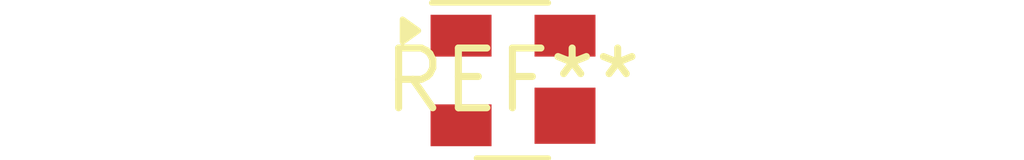
<source format=kicad_pcb>
(kicad_pcb (version 20240108) (generator pcbnew)
  (layers (0 "F.Cu" signal) (31 "B.Cu" signal) (34 "B.Paste" user) (35 "F.Paste" user) (36 "B.SilkS" user "B.Silkscreen") (37 "F.SilkS" user "F.Silkscreen") (38 "B.Mask" user) (39 "F.Mask" user) (44 "Edge.Cuts" user))
  (net 0 "")
  (footprint "Mini-Circuits_MMM168" (layer "F.Cu") (at 0 0)
    (property "Reference" "REF**")
    (property "Value" "Mini-Circuits_MMM168")
    (fp_line (start 0.762 -1.651) (end -1.7145 -1.651) (layer "F.SilkS") (stroke (width 0.12)))
    (fp_line (start 0.762 1.651) (end -0.762 1.651) (layer "F.SilkS") (stroke (width 0.12)))
    (fp_poly (pts (xy -2 -1.06) (xy -2.336 -0.82) (xy -2.336 -1.3) (xy -2 -1.06)) (layer "F.SilkS") (stroke (width 0.12)) (fill solid))
    (pad "1" smd rect (at -1.0922 -0.9525 90) (size 0.889 1.2954) (layers "F.Cu" "F.Paste" "F.Mask"))
    (pad "2" smd rect (at 1.1176 -0.9525 90) (size 0.889 1.2954) (layers "F.Cu" "F.Paste" "F.Mask"))
    (pad "3" smd rect (at 1.1176 0.7493 90) (size 1.1938 1.2954) (layers "F.Cu" "F.Paste" "F.Mask"))
    (pad "4" smd rect (at -1.0922 0.9525 90) (size 0.889 1.2954) (layers "F.Cu" "F.Paste" "F.Mask"))
  )
)
</source>
